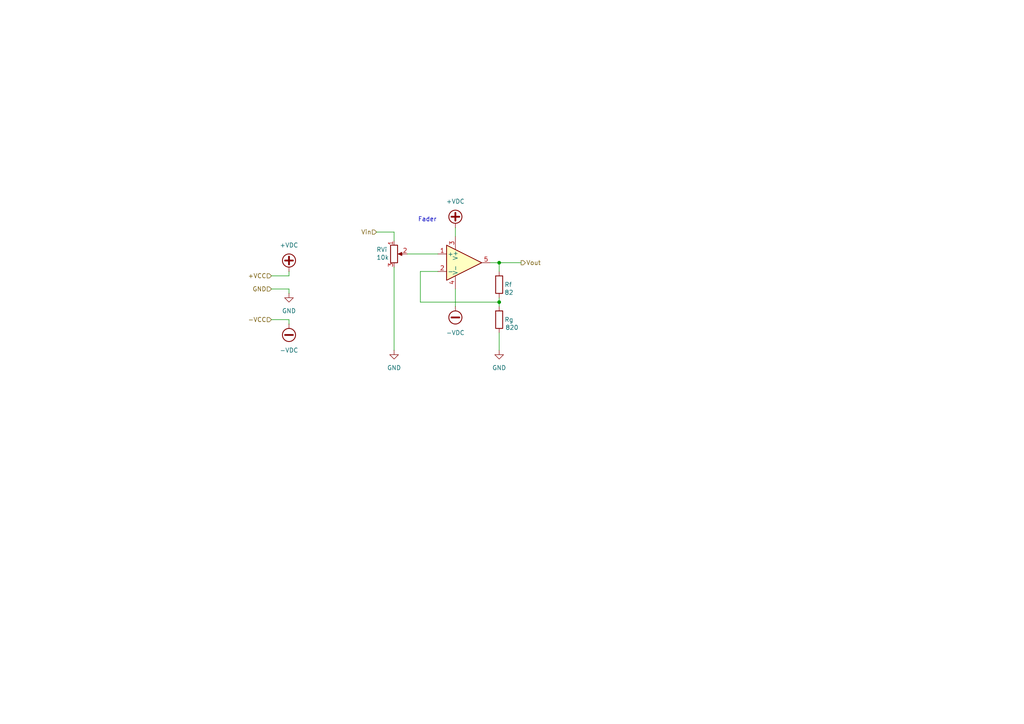
<source format=kicad_sch>
(kicad_sch (version 20231120) (generator "eeschema") (generator_version "8.0")
  (paper "A4")
  (lib_symbols
    (symbol "Device:R" (pin_numbers hide) (pin_names (offset 0))
      (property "Reference" "R" (at 2.032 0 90))
      (property "Value" "R" (at 0 0 90))
      (symbol "R_0_1"
        (rectangle (start -1.016 -2.54) (end 1.016 2.54) (stroke (width 0.254)))
      )
      (symbol "R_1_1"
        (pin passive line (at 0 3.81 270) (length 1.27) (name "~") (number "1"))
        (pin passive line (at 0 -3.81 90) (length 1.27) (name "~") (number "2"))
      )
    )
    (symbol "Device:R_Potentiometer" (pin_names (offset 1.016) hide)
      (property "Reference" "RV" (at -4.445 0 90))
      (property "Value" "R_Potentiometer" (at -2.54 0 90))
      (symbol "R_Potentiometer_0_1"
        (polyline (pts (xy 2.54 0) (xy 1.524 0)))
        (polyline (pts (xy 1.143 0) (xy 2.286 0.508) (xy 2.286 -0.508) (xy 1.143 0)) (fill (type outline)))
        (rectangle (start 1.016 2.54) (end -1.016 -2.54) (stroke (width 0.254)))
      )
      (symbol "R_Potentiometer_1_1"
        (pin passive line (at 0 3.81 270) (length 1.27) (name "1") (number "1"))
        (pin passive line (at 3.81 0 180) (length 1.27) (name "2") (number "2"))
        (pin passive line (at 0 -3.81 90) (length 1.27) (name "3") (number "3"))
      )
    )
    (symbol "Simulation_SPICE:OPAMP" (pin_names (offset 0.254))
      (property "Reference" "U" (at 3.81 3.175 0))
      (property "Value" "${SIM.PARAMS}" (at 3.81 -3.175 0))
      (symbol "OPAMP_0_1"
        (polyline (pts (xy 5.08 0) (xy -5.08 5.08) (xy -5.08 -5.08) (xy 5.08 0)) (stroke (width 0.254)) (fill (type background)))
      )
      (symbol "OPAMP_1_1"
        (pin input line (at -7.62 2.54 0) (length 2.54) (name "+") (number "1"))
        (pin input line (at -7.62 -2.54 0) (length 2.54) (name "-") (number "2"))
        (pin power_in line (at -2.54 7.62 270) (length 3.81) (name "V+") (number "3"))
        (pin power_in line (at -2.54 -7.62 90) (length 3.81) (name "V-") (number "4"))
        (pin output line (at 7.62 0 180) (length 2.54) (name "~") (number "5"))
      )
    )
    (symbol "power:+VDC" (power) (pin_numbers hide) (pin_names (offset 0) hide)
      (property "Value" "+VDC" (at 0 6.35 0))
      (symbol "+VDC_0_1"
        (polyline (pts (xy -1.143 3.175) (xy 1.143 3.175)) (stroke (width 0.508)))
        (polyline (pts (xy 0 0) (xy 0 1.27)))
        (polyline (pts (xy 0 2.032) (xy 0 4.318)) (stroke (width 0.508)))
        (circle (center 0 3.175) (radius 1.905) (stroke (width 0.254)))
      )
      (symbol "+VDC_1_1"
        (pin power_in line (at 0 0 90) (length 0) (name "~") (number "1"))
      )
    )
    (symbol "power:-VDC" (power) (pin_numbers hide) (pin_names (offset 0) hide)
      (property "Value" "-VDC" (at 0 6.35 0))
      (symbol "-VDC_0_1"
        (polyline (pts (xy -1.143 3.175) (xy 1.143 3.175)) (stroke (width 0.508)))
        (polyline (pts (xy 0 0) (xy 0 1.27)))
        (circle (center 0 3.175) (radius 1.905) (stroke (width 0.254)))
      )
      (symbol "-VDC_1_1"
        (pin power_in line (at 0 0 90) (length 0) (name "~") (number "1"))
      )
    )
    (symbol "power:GND" (power) (pin_numbers hide) (pin_names (offset 0) hide)
      (property "Value" "GND" (at 0 -3.81 0))
      (symbol "GND_0_1"
        (polyline (pts (xy 0 0) (xy 0 -1.27) (xy 1.27 -1.27) (xy 0 -2.54) (xy -1.27 -1.27) (xy 0 -1.27)))
      )
      (symbol "GND_1_1"
        (pin power_in line (at 0 0 270) (length 0) (name "~") (number "1"))
      )
    )
  )
  (junction (at 144.78 87.63))
  (junction (at 144.78 76.2))
  (wire (pts (xy 121.92 87.63) (xy 144.78 87.63)))
  (wire (pts (xy 78.74 80.01) (xy 83.82 80.01)))
  (wire (pts (xy 83.82 80.01) (xy 83.82 78.74)))
  (wire (pts (xy 144.78 96.52) (xy 144.78 101.6)))
  (wire (pts (xy 132.08 66.04) (xy 132.08 68.58)))
  (wire (pts (xy 118.11 73.66) (xy 127 73.66)))
  (wire (pts (xy 144.78 86.36) (xy 144.78 87.63)))
  (wire (pts (xy 144.78 76.2) (xy 142.24 76.2)))
  (wire (pts (xy 109.22 67.31) (xy 114.3 67.31)))
  (wire (pts (xy 114.3 69.85) (xy 114.3 67.31)))
  (wire (pts (xy 114.3 77.47) (xy 114.3 101.6)))
  (wire (pts (xy 83.82 92.71) (xy 83.82 93.98)))
  (wire (pts (xy 78.74 92.71) (xy 83.82 92.71)))
  (wire (pts (xy 144.78 87.63) (xy 144.78 88.9)))
  (wire (pts (xy 127 78.74) (xy 121.92 78.74)))
  (wire (pts (xy 144.78 78.74) (xy 144.78 76.2)))
  (wire (pts (xy 121.92 78.74) (xy 121.92 87.63)))
  (wire (pts (xy 132.08 88.9) (xy 132.08 83.82)))
  (wire (pts (xy 83.82 83.82) (xy 83.82 85.09)))
  (wire (pts (xy 144.78 76.2) (xy 151.13 76.2)))
  (wire (pts (xy 78.74 83.82) (xy 83.82 83.82)))
  (text "Fader" (at 123.952 63.754 0) (effects (font (size 1.27 1.27))))
  (hierarchical_label "Vout" (shape output) (at 151.13 76.2 0))
  (hierarchical_label "+VCC" (shape input) (at 78.74 80.01 180))
  (hierarchical_label "Vin" (shape input) (at 109.22 67.31 180))
  (hierarchical_label "-VCC" (shape input) (at 78.74 92.71 180))
  (hierarchical_label "GND" (shape input) (at 78.74 83.82 180))
  (symbol (lib_id "power:+VDC") (at 132.08 66.04 0) (unit 1)
    (property "Reference" "#PWR0110" (effects (hide yes)))
    (property "Value" "+VDC" (at 132.08 58.42 0))
    (property "Description" "Power symbol creates a global label with name \"+VDC\"" (effects (hide yes)))
  )
  (symbol (lib_id "Simulation_SPICE:OPAMP") (at 134.62 76.2 0) (unit 1)
    (property "Reference" "U5" (effects (hide yes)))
    (property "Value" "${SIM.PARAMS}" (effects (hide yes)))
    (property "Datasheet" "https://ngspice.sourceforge.io/docs/ngspice-html-manual/manual.xhtml#sec__SUBCKT_Subcircuits" (effects (hide yes)))
    (property "Description" "Operational amplifier, single, node sequence=1:+ 2:- 3:OUT 4:V+ 5:V-" (effects (hide yes)))
    (property "Sim.Pins" "1=in+ 2=in- 3=vcc 4=vee 5=out" (effects (hide yes)))
    (property "Sim.Device" "SUBCKT" (effects (hide yes)))
    (property "Sim.Library" "${KICAD8_SYMBOL_DIR}/Simulation_SPICE.sp" (effects (hide yes)))
    (property "Sim.Name" "kicad_builtin_opamp" (effects (hide yes)))
  )
  (symbol (lib_id "Device:R_Potentiometer") (at 114.3 73.66 0) (unit 1)
    (property "Reference" "RVi" (at 110.744 72.39 0))
    (property "Value" "10k" (at 110.998 74.676 0))
    (property "Description" "Potentiometer" (effects (hide yes)))
  )
  (symbol (lib_id "power:GND") (at 83.82 85.09 0) (mirror y) (unit 1)
    (property "Reference" "#PWR049" (effects (hide yes)))
    (property "Value" "GND" (at 83.82 90.17 0))
    (property "Description" "Power symbol creates a global label with name \"GND\" , ground" (effects (hide yes)))
  )
  (symbol (lib_id "power:+VDC") (at 83.82 78.74 0) (unit 1)
    (property "Reference" "#PWR048" (effects (hide yes)))
    (property "Value" "+VDC" (at 83.82 71.12 0))
    (property "Description" "Power symbol creates a global label with name \"+VDC\"" (effects (hide yes)))
  )
  (symbol (lib_id "power:-VDC") (at 132.08 88.9 0) (mirror x) (unit 1)
    (property "Reference" "#PWR0109" (effects (hide yes)))
    (property "Value" "-VDC" (at 132.08 96.52 0))
    (property "Description" "Power symbol creates a global label with name \"-VDC\"" (effects (hide yes)))
  )
  (symbol (lib_id "Device:R") (at 144.78 92.71 0) (unit 1)
    (property "Reference" "Rg" (at 146.304 92.71 0) (effects (justify left)))
    (property "Value" "820" (at 146.558 94.996 0) (effects (justify left)))
    (property "Description" "Resistor" (effects (hide yes)))
  )
  (symbol (lib_id "power:-VDC") (at 83.82 93.98 0) (mirror x) (unit 1)
    (property "Reference" "#PWR050" (effects (hide yes)))
    (property "Value" "-VDC" (at 83.82 101.6 0))
    (property "Description" "Power symbol creates a global label with name \"-VDC\"" (effects (hide yes)))
  )
  (symbol (lib_id "power:GND") (at 144.78 101.6 0) (unit 1)
    (property "Reference" "#PWR0108" (effects (hide yes)))
    (property "Value" "GND" (at 144.78 106.68 0))
    (property "Description" "Power symbol creates a global label with name \"GND\" , ground" (effects (hide yes)))
  )
  (symbol (lib_id "Device:R") (at 144.78 82.55 0) (unit 1)
    (property "Reference" "Rf" (at 146.304 82.55 0) (effects (justify left)))
    (property "Value" "82" (at 146.304 84.836 0) (effects (justify left)))
    (property "Description" "Resistor" (effects (hide yes)))
  )
  (symbol (lib_id "power:GND") (at 114.3 101.6 0) (unit 1)
    (property "Reference" "#PWR0107" (effects (hide yes)))
    (property "Value" "GND" (at 114.3 106.68 0))
    (property "Description" "Power symbol creates a global label with name \"GND\" , ground" (effects (hide yes)))
  )
)
</source>
